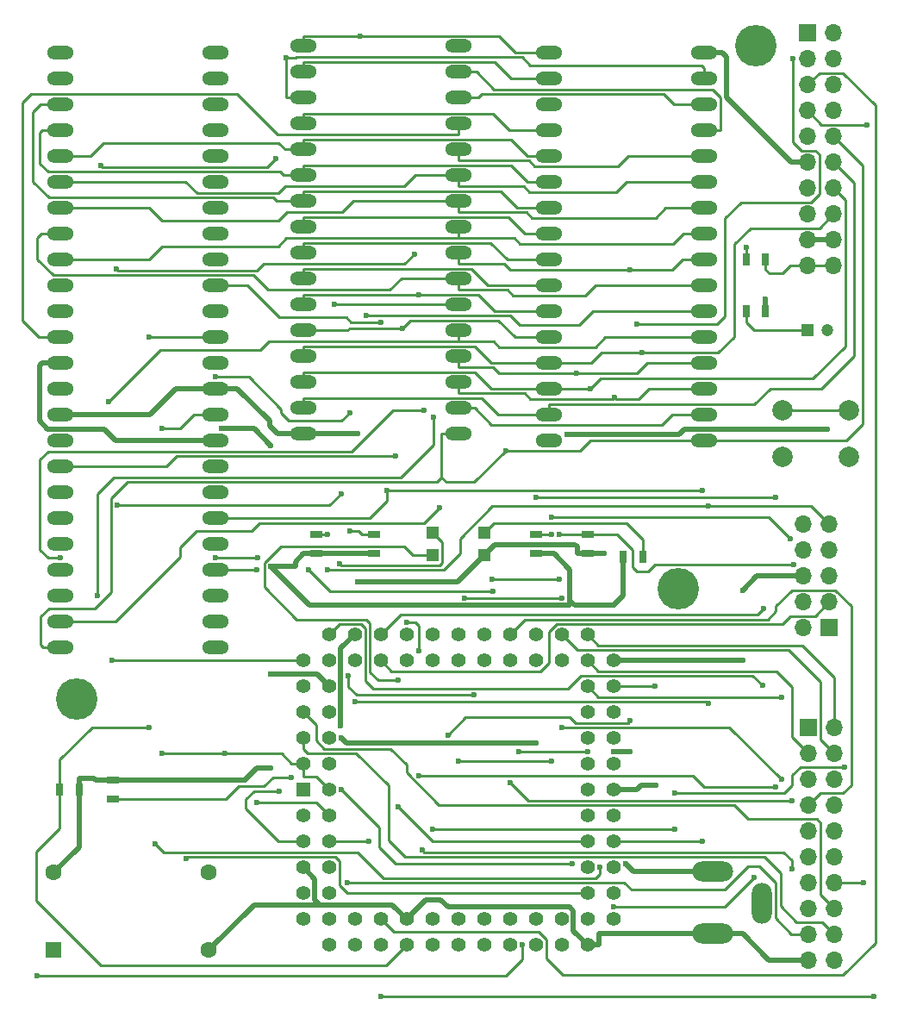
<source format=gtl>
G04 #@! TF.FileFunction,Copper,L1,Top,Signal*
%FSLAX46Y46*%
G04 Gerber Fmt 4.6, Leading zero omitted, Abs format (unit mm)*
G04 Created by KiCad (PCBNEW 4.0.6) date 07/03/17 18:41:58*
%MOMM*%
%LPD*%
G01*
G04 APERTURE LIST*
%ADD10C,0.100000*%
%ADD11O,2.641600X1.320800*%
%ADD12O,4.000000X2.000000*%
%ADD13O,2.000000X4.000000*%
%ADD14R,0.700000X1.300000*%
%ADD15R,1.300000X0.700000*%
%ADD16R,1.600000X1.600000*%
%ADD17C,1.600000*%
%ADD18R,1.200000X1.200000*%
%ADD19C,2.000000*%
%ADD20R,1.700000X1.700000*%
%ADD21O,1.700000X1.700000*%
%ADD22C,4.064000*%
%ADD23C,1.200000*%
%ADD24R,1.397000X1.397000*%
%ADD25C,1.397000*%
%ADD26C,0.600000*%
%ADD27C,0.250000*%
%ADD28C,0.500000*%
G04 APERTURE END LIST*
D10*
D11*
X114935000Y-38100000D03*
X114935000Y-40640000D03*
X114935000Y-43180000D03*
X114935000Y-45720000D03*
X114935000Y-48260000D03*
X114935000Y-50800000D03*
X114935000Y-53340000D03*
X114935000Y-55880000D03*
X114935000Y-58420000D03*
X114935000Y-60960000D03*
X114935000Y-63500000D03*
X114935000Y-66040000D03*
X114935000Y-68580000D03*
X114935000Y-71120000D03*
X114935000Y-73660000D03*
X114935000Y-76200000D03*
X130175000Y-76200000D03*
X130175000Y-73660000D03*
X130175000Y-71120000D03*
X130175000Y-68580000D03*
X130175000Y-66040000D03*
X130175000Y-63500000D03*
X130175000Y-60960000D03*
X130175000Y-58420000D03*
X130175000Y-55880000D03*
X130175000Y-53340000D03*
X130175000Y-50800000D03*
X130175000Y-48260000D03*
X130175000Y-45720000D03*
X130175000Y-43180000D03*
X130175000Y-40640000D03*
X130175000Y-38100000D03*
X91059000Y-38735000D03*
X91059000Y-41275000D03*
X91059000Y-43815000D03*
X91059000Y-46355000D03*
X91059000Y-48895000D03*
X91059000Y-51435000D03*
X91059000Y-53975000D03*
X91059000Y-56515000D03*
X91059000Y-59055000D03*
X91059000Y-61595000D03*
X91059000Y-64135000D03*
X91059000Y-66675000D03*
X91059000Y-69215000D03*
X91059000Y-71755000D03*
X91059000Y-74295000D03*
X91059000Y-76835000D03*
X91059000Y-79375000D03*
X91059000Y-81915000D03*
X91059000Y-84455000D03*
X91059000Y-86995000D03*
X91059000Y-89535000D03*
X91059000Y-92075000D03*
X91059000Y-94615000D03*
X91059000Y-97155000D03*
X106299000Y-97155000D03*
X106299000Y-94615000D03*
X106299000Y-92075000D03*
X106299000Y-89535000D03*
X106299000Y-86995000D03*
X106299000Y-84455000D03*
X106299000Y-81915000D03*
X106299000Y-79375000D03*
X106299000Y-76835000D03*
X106299000Y-74295000D03*
X106299000Y-71755000D03*
X106299000Y-69215000D03*
X106299000Y-66675000D03*
X106299000Y-64135000D03*
X106299000Y-61595000D03*
X106299000Y-59055000D03*
X106299000Y-56515000D03*
X106299000Y-53975000D03*
X106299000Y-51435000D03*
X106299000Y-48895000D03*
X106299000Y-46355000D03*
X106299000Y-43815000D03*
X106299000Y-41275000D03*
X106299000Y-38735000D03*
X139065000Y-38735000D03*
X139065000Y-41275000D03*
X139065000Y-43815000D03*
X139065000Y-46355000D03*
X139065000Y-48895000D03*
X139065000Y-51435000D03*
X139065000Y-53975000D03*
X139065000Y-56515000D03*
X139065000Y-59055000D03*
X139065000Y-61595000D03*
X139065000Y-64135000D03*
X139065000Y-66675000D03*
X139065000Y-69215000D03*
X139065000Y-71755000D03*
X139065000Y-74295000D03*
X139065000Y-76835000D03*
X154305000Y-76835000D03*
X154305000Y-74295000D03*
X154305000Y-71755000D03*
X154305000Y-69215000D03*
X154305000Y-66675000D03*
X154305000Y-64135000D03*
X154305000Y-61595000D03*
X154305000Y-59055000D03*
X154305000Y-56515000D03*
X154305000Y-53975000D03*
X154305000Y-51435000D03*
X154305000Y-48895000D03*
X154305000Y-46355000D03*
X154305000Y-43815000D03*
X154305000Y-41275000D03*
X154305000Y-38735000D03*
D12*
X155194000Y-119201000D03*
X155194000Y-125301000D03*
D13*
X159994000Y-122301000D03*
D14*
X92898000Y-111125000D03*
X90998000Y-111125000D03*
D15*
X121920000Y-87945000D03*
X121920000Y-86045000D03*
X142875000Y-87945000D03*
X142875000Y-86045000D03*
X137795000Y-87945000D03*
X137795000Y-86045000D03*
X116205000Y-87945000D03*
X116205000Y-86045000D03*
D16*
X90424000Y-126873000D03*
D17*
X90424000Y-119253000D03*
X105664000Y-119253000D03*
X105664000Y-126873000D03*
D18*
X132715000Y-85895000D03*
X132715000Y-88095000D03*
X127635000Y-85895000D03*
X127635000Y-88095000D03*
D14*
X146370000Y-88265000D03*
X148270000Y-88265000D03*
D15*
X96266000Y-110175000D03*
X96266000Y-112075000D03*
D14*
X158435000Y-59055000D03*
X160335000Y-59055000D03*
X158435000Y-64135000D03*
X160335000Y-64135000D03*
D19*
X162052000Y-78414000D03*
X162052000Y-73914000D03*
X168552000Y-78414000D03*
X168552000Y-73914000D03*
D20*
X164465000Y-36830000D03*
D21*
X167005000Y-36830000D03*
X164465000Y-39370000D03*
X167005000Y-39370000D03*
X164465000Y-41910000D03*
X167005000Y-41910000D03*
X164465000Y-44450000D03*
X167005000Y-44450000D03*
X164465000Y-46990000D03*
X167005000Y-46990000D03*
X164465000Y-49530000D03*
X167005000Y-49530000D03*
X164465000Y-52070000D03*
X167005000Y-52070000D03*
X164465000Y-54610000D03*
X167005000Y-54610000D03*
X164465000Y-57150000D03*
X167005000Y-57150000D03*
X164465000Y-59690000D03*
X167005000Y-59690000D03*
D20*
X166624000Y-95250000D03*
D21*
X164084000Y-95250000D03*
X166624000Y-92710000D03*
X164084000Y-92710000D03*
X166624000Y-90170000D03*
X164084000Y-90170000D03*
X166624000Y-87630000D03*
X164084000Y-87630000D03*
X166624000Y-85090000D03*
X164084000Y-85090000D03*
D22*
X92710000Y-102235000D03*
X159385000Y-38100000D03*
X151765000Y-91440000D03*
D18*
X164465000Y-66040000D03*
D23*
X166465000Y-66040000D03*
D24*
X114935000Y-111125000D03*
D25*
X117475000Y-111125000D03*
X114935000Y-113665000D03*
X117475000Y-113665000D03*
X114935000Y-116205000D03*
X117475000Y-116205000D03*
X114935000Y-118745000D03*
X117475000Y-118745000D03*
X114935000Y-121285000D03*
X117475000Y-121285000D03*
X114935000Y-123825000D03*
X117475000Y-126365000D03*
X117475000Y-123825000D03*
X120015000Y-126365000D03*
X120015000Y-123825000D03*
X122555000Y-126365000D03*
X122555000Y-123825000D03*
X125095000Y-126365000D03*
X125095000Y-123825000D03*
X127635000Y-126365000D03*
X127635000Y-123825000D03*
X130175000Y-126365000D03*
X130175000Y-123825000D03*
X132715000Y-126365000D03*
X132715000Y-123825000D03*
X135255000Y-126365000D03*
X135255000Y-123825000D03*
X137795000Y-126365000D03*
X137795000Y-123825000D03*
X140335000Y-126365000D03*
X140335000Y-123825000D03*
X142875000Y-126365000D03*
X145415000Y-123825000D03*
X142875000Y-123825000D03*
X145415000Y-121285000D03*
X142875000Y-121285000D03*
X145415000Y-118745000D03*
X142875000Y-118745000D03*
X145415000Y-116205000D03*
X142875000Y-116205000D03*
X145415000Y-113665000D03*
X142875000Y-113665000D03*
X145415000Y-111125000D03*
X142875000Y-111125000D03*
X145415000Y-108585000D03*
X142875000Y-108585000D03*
X145415000Y-106045000D03*
X142875000Y-106045000D03*
X145415000Y-103505000D03*
X142875000Y-103505000D03*
X145415000Y-100965000D03*
X142875000Y-100965000D03*
X145415000Y-98425000D03*
X142875000Y-95885000D03*
X142875000Y-98425000D03*
X140335000Y-95885000D03*
X140335000Y-98425000D03*
X137795000Y-95885000D03*
X137795000Y-98425000D03*
X135255000Y-95885000D03*
X135255000Y-98425000D03*
X132715000Y-95885000D03*
X132715000Y-98425000D03*
X130175000Y-95885000D03*
X130175000Y-98425000D03*
X127635000Y-95885000D03*
X127635000Y-98425000D03*
X125095000Y-95885000D03*
X125095000Y-98425000D03*
X122555000Y-95885000D03*
X122555000Y-98425000D03*
X120015000Y-95885000D03*
X120015000Y-98425000D03*
X117475000Y-95885000D03*
X114935000Y-98425000D03*
X117475000Y-98425000D03*
X114935000Y-100965000D03*
X117475000Y-100965000D03*
X114935000Y-103505000D03*
X117475000Y-103505000D03*
X114935000Y-106045000D03*
X117475000Y-106045000D03*
X114935000Y-108585000D03*
X117475000Y-108585000D03*
D20*
X164592000Y-105029000D03*
D21*
X167132000Y-105029000D03*
X164592000Y-107569000D03*
X167132000Y-107569000D03*
X164592000Y-110109000D03*
X167132000Y-110109000D03*
X164592000Y-112649000D03*
X167132000Y-112649000D03*
X164592000Y-115189000D03*
X167132000Y-115189000D03*
X164592000Y-117729000D03*
X167132000Y-117729000D03*
X164592000Y-120269000D03*
X167132000Y-120269000D03*
X164592000Y-122809000D03*
X167132000Y-122809000D03*
X164592000Y-125349000D03*
X167132000Y-125349000D03*
X164592000Y-127889000D03*
X167132000Y-127889000D03*
D26*
X120506500Y-37114500D03*
X133563600Y-91674500D03*
X115479800Y-89580500D03*
X96675100Y-83185000D03*
X118631200Y-82057300D03*
X113289100Y-39260500D03*
X136453600Y-126365000D03*
X88761300Y-129397300D03*
X112213900Y-49189400D03*
X95019000Y-49824400D03*
X126254000Y-62514500D03*
X124653800Y-65854600D03*
X148213900Y-68229500D03*
X143164000Y-71755000D03*
X118623600Y-104896400D03*
X120280500Y-90690300D03*
X145415000Y-107386400D03*
X147063700Y-107386400D03*
X137795000Y-106516500D03*
X138642500Y-122676400D03*
X144523700Y-76209900D03*
X140885900Y-76209900D03*
X120280500Y-76200000D03*
X144523700Y-87945000D03*
X118673600Y-106045000D03*
X131022500Y-106516500D03*
X131022500Y-122676400D03*
X166465000Y-75724500D03*
X142875000Y-107386400D03*
X136103600Y-107386400D03*
X134856500Y-77820500D03*
X128354200Y-83403600D03*
X130800100Y-92299600D03*
X140383500Y-92299600D03*
X145481200Y-72615500D03*
X94731800Y-92075000D03*
X127729100Y-74564200D03*
X141808700Y-70200500D03*
X91059000Y-88374500D03*
X126816600Y-73917300D03*
X149464100Y-100965000D03*
X95808100Y-73025000D03*
X125854000Y-58549300D03*
X96559400Y-59984400D03*
X124028700Y-78389500D03*
X111748200Y-108992400D03*
X145415000Y-93049700D03*
X149564200Y-110673800D03*
X109225800Y-110175000D03*
X160335000Y-62984900D03*
X127635000Y-93049700D03*
X146613600Y-118450900D03*
X111748200Y-99816400D03*
X106924100Y-75674500D03*
X111748200Y-77314300D03*
X158119000Y-91540000D03*
X158119000Y-98425000D03*
X111748200Y-89224600D03*
X150314300Y-98425000D03*
X110370400Y-112395000D03*
X110370400Y-89535000D03*
X106299000Y-88374500D03*
X110498000Y-88374500D03*
X154122100Y-81764500D03*
X154122100Y-116205000D03*
X123170300Y-81764500D03*
X118673600Y-111125000D03*
X141358600Y-118386100D03*
X101094000Y-107584900D03*
X101094000Y-75624900D03*
X107239200Y-107584900D03*
X106299000Y-70594500D03*
X119505300Y-74129900D03*
X119505300Y-85719700D03*
X99766600Y-66675000D03*
X99766600Y-105021400D03*
X144073600Y-118745000D03*
X100391700Y-116471200D03*
X103419400Y-117896400D03*
X147063700Y-60040500D03*
X147063700Y-104396300D03*
X129135200Y-105762200D03*
X112548300Y-111260000D03*
X117980600Y-63500000D03*
X122526500Y-65229500D03*
X121395000Y-116205000D03*
X121142300Y-64604400D03*
X154747200Y-83289800D03*
X154747200Y-102656400D03*
X119998800Y-102481400D03*
X117355100Y-89542600D03*
X117355100Y-86045000D03*
X170340400Y-45814900D03*
X163053900Y-39370000D03*
X147688800Y-65405000D03*
X122555000Y-131464600D03*
X170965500Y-131464600D03*
X139311400Y-86045000D03*
X130175000Y-108358400D03*
X139311400Y-108358400D03*
X162802100Y-86454900D03*
X139311400Y-84344800D03*
X145415000Y-122626400D03*
X159194300Y-119800900D03*
X133465100Y-90494800D03*
X140111500Y-90494800D03*
X140111500Y-86045000D03*
X163129300Y-88994900D03*
X124265400Y-112842800D03*
X124265400Y-100391500D03*
X118530700Y-88917500D03*
X113739100Y-109926400D03*
X158435000Y-57904900D03*
X161944200Y-102031300D03*
X161897600Y-110109000D03*
X140335000Y-105071400D03*
X161301900Y-82389600D03*
X137795000Y-82389600D03*
X162962900Y-112191300D03*
X135255000Y-110416100D03*
X168132100Y-108933900D03*
X151399100Y-111473900D03*
X151399100Y-115006400D03*
X127635000Y-115006400D03*
X125095000Y-94686400D03*
X126308300Y-97533700D03*
X126308300Y-109783600D03*
X161331900Y-110848800D03*
X160185500Y-93336100D03*
X126645200Y-117096300D03*
X162932900Y-118918900D03*
X160069300Y-100916500D03*
X170007400Y-120269000D03*
X96172700Y-98425000D03*
X131691400Y-101856300D03*
X119373700Y-99941400D03*
X119298700Y-120261400D03*
D27*
X114935000Y-37114500D02*
X114935000Y-38100000D01*
X117831100Y-37114500D02*
X114935000Y-37114500D01*
X117831100Y-37114500D02*
X118631200Y-37114500D01*
X118631200Y-37114500D02*
X120506500Y-37114500D01*
X135745700Y-38735000D02*
X139065000Y-38735000D01*
X134125200Y-37114500D02*
X135745700Y-38735000D01*
X120506500Y-37114500D02*
X134125200Y-37114500D01*
X117573800Y-91674500D02*
X115479800Y-89580500D01*
X133563600Y-91674500D02*
X117573800Y-91674500D01*
X117503500Y-83185000D02*
X118631200Y-82057300D01*
X96675100Y-83185000D02*
X117503500Y-83185000D01*
X114935000Y-40640000D02*
X114935000Y-39654500D01*
X135341000Y-41275000D02*
X135791100Y-41275000D01*
X133720500Y-39654500D02*
X135341000Y-41275000D01*
X114935000Y-39654500D02*
X133720500Y-39654500D01*
X139065000Y-41275000D02*
X135791100Y-41275000D01*
X134866100Y-129397300D02*
X88761300Y-129397300D01*
X136453600Y-127809800D02*
X134866100Y-129397300D01*
X136453600Y-126365000D02*
X136453600Y-127809800D01*
X113289100Y-43180000D02*
X114935000Y-43180000D01*
X113289100Y-39260500D02*
X113289100Y-43180000D01*
X154305000Y-40255000D02*
X154305000Y-41275000D01*
X154055000Y-40005000D02*
X154305000Y-40255000D01*
X137230400Y-40005000D02*
X154055000Y-40005000D01*
X136429800Y-39204400D02*
X137230400Y-40005000D01*
X114227600Y-39204400D02*
X136429800Y-39204400D01*
X114171500Y-39260500D02*
X114227600Y-39204400D01*
X113289100Y-39260500D02*
X114171500Y-39260500D01*
X135197800Y-46355000D02*
X139065000Y-46355000D01*
X133577300Y-44734500D02*
X135197800Y-46355000D01*
X114935000Y-44734500D02*
X133577300Y-44734500D01*
X114935000Y-45720000D02*
X114935000Y-44734500D01*
X95194000Y-49999400D02*
X95019000Y-49824400D01*
X111403900Y-49999400D02*
X95194000Y-49999400D01*
X112213900Y-49189400D02*
X111403900Y-49999400D01*
X136969000Y-48895000D02*
X139065000Y-48895000D01*
X135348500Y-47274500D02*
X136969000Y-48895000D01*
X114935000Y-47274500D02*
X135348500Y-47274500D01*
X114935000Y-48260000D02*
X114935000Y-47274500D01*
X94064500Y-48895000D02*
X91059000Y-48895000D01*
X95334500Y-47625000D02*
X94064500Y-48895000D01*
X112521500Y-47625000D02*
X95334500Y-47625000D01*
X113156500Y-48260000D02*
X112521500Y-47625000D01*
X114935000Y-48260000D02*
X113156500Y-48260000D01*
X114935000Y-50800000D02*
X114935000Y-49814500D01*
X136969000Y-51435000D02*
X139065000Y-51435000D01*
X135348500Y-49814500D02*
X136969000Y-51435000D01*
X114935000Y-49814500D02*
X135348500Y-49814500D01*
X89316900Y-46355000D02*
X91059000Y-46355000D01*
X89066900Y-46605000D02*
X89316900Y-46355000D01*
X89066900Y-49655800D02*
X89066900Y-46605000D01*
X89860700Y-50449500D02*
X89066900Y-49655800D01*
X112663800Y-50449500D02*
X89860700Y-50449500D01*
X113014300Y-50800000D02*
X112663800Y-50449500D01*
X114935000Y-50800000D02*
X113014300Y-50800000D01*
X114935000Y-53340000D02*
X114935000Y-52354500D01*
X135948500Y-53975000D02*
X139065000Y-53975000D01*
X134328000Y-52354500D02*
X135948500Y-53975000D01*
X114935000Y-52354500D02*
X134328000Y-52354500D01*
X89149400Y-43815000D02*
X91059000Y-43815000D01*
X88355600Y-44608800D02*
X89149400Y-43815000D01*
X88355600Y-51402000D02*
X88355600Y-44608800D01*
X89943100Y-52989500D02*
X88355600Y-51402000D01*
X111944400Y-52989500D02*
X89943100Y-52989500D01*
X112294900Y-53340000D02*
X111944400Y-52989500D01*
X114935000Y-53340000D02*
X112294900Y-53340000D01*
X136684400Y-56515000D02*
X139065000Y-56515000D01*
X135063900Y-54894500D02*
X136684400Y-56515000D01*
X114935000Y-54894500D02*
X135063900Y-54894500D01*
X114935000Y-55880000D02*
X114935000Y-54894500D01*
X134973900Y-59055000D02*
X139065000Y-59055000D01*
X133353400Y-57434500D02*
X134973900Y-59055000D01*
X114935000Y-57434500D02*
X133353400Y-57434500D01*
X114935000Y-58420000D02*
X114935000Y-57434500D01*
X133081300Y-61595000D02*
X139065000Y-61595000D01*
X131460800Y-59974500D02*
X133081300Y-61595000D01*
X114935000Y-59974500D02*
X131460800Y-59974500D01*
X114935000Y-60960000D02*
X114935000Y-59974500D01*
X114935000Y-62514500D02*
X124653800Y-62514500D01*
X114935000Y-63500000D02*
X114935000Y-62514500D01*
X135713300Y-64135000D02*
X139065000Y-64135000D01*
X125853800Y-62514500D02*
X126254000Y-62514500D01*
X124653800Y-62514500D02*
X125453900Y-62514500D01*
X125853800Y-62514500D02*
X125453900Y-62514500D01*
X132110300Y-62514500D02*
X126254000Y-62514500D01*
X133730800Y-64135000D02*
X132110300Y-62514500D01*
X135713300Y-64135000D02*
X133730800Y-64135000D01*
X119487200Y-65854600D02*
X124653800Y-65854600D01*
X119301800Y-66040000D02*
X119487200Y-65854600D01*
X114935000Y-66040000D02*
X119301800Y-66040000D01*
X135741700Y-66675000D02*
X139065000Y-66675000D01*
X134121200Y-65054500D02*
X135741700Y-66675000D01*
X125453900Y-65054500D02*
X134121200Y-65054500D01*
X124653800Y-65854600D02*
X125453900Y-65054500D01*
X133441400Y-69215000D02*
X139065000Y-69215000D01*
X131820900Y-67594500D02*
X133441400Y-69215000D01*
X114935000Y-67594500D02*
X131820900Y-67594500D01*
X114935000Y-68580000D02*
X114935000Y-67594500D01*
X144234800Y-68229500D02*
X148213900Y-68229500D01*
X143249300Y-69215000D02*
X144234800Y-68229500D01*
X139065000Y-69215000D02*
X143249300Y-69215000D01*
X165640100Y-55974900D02*
X167005000Y-54610000D01*
X158871600Y-55974900D02*
X165640100Y-55974900D01*
X157284100Y-57562400D02*
X158871600Y-55974900D01*
X157284100Y-66642000D02*
X157284100Y-57562400D01*
X155696600Y-68229500D02*
X157284100Y-66642000D01*
X148213900Y-68229500D02*
X155696600Y-68229500D01*
X133419300Y-71755000D02*
X139065000Y-71755000D01*
X131798800Y-70134500D02*
X133419300Y-71755000D01*
X114935000Y-70134500D02*
X131798800Y-70134500D01*
X114935000Y-71120000D02*
X114935000Y-70134500D01*
X139065000Y-71755000D02*
X143164000Y-71755000D01*
X168180100Y-53245100D02*
X167005000Y-52070000D01*
X168180100Y-67594500D02*
X168180100Y-53245100D01*
X165005100Y-70769500D02*
X168180100Y-67594500D01*
X144149500Y-70769500D02*
X165005100Y-70769500D01*
X143164000Y-71755000D02*
X144149500Y-70769500D01*
X134101300Y-74295000D02*
X137419100Y-74295000D01*
X132480800Y-72674500D02*
X134101300Y-74295000D01*
X114935000Y-72674500D02*
X132480800Y-72674500D01*
X114935000Y-73660000D02*
X114935000Y-72674500D01*
X139065000Y-74295000D02*
X137419100Y-74295000D01*
X169012400Y-51537400D02*
X167005000Y-49530000D01*
X169012400Y-68547500D02*
X169012400Y-51537400D01*
X165837400Y-71722500D02*
X169012400Y-68547500D01*
X160854900Y-71722500D02*
X165837400Y-71722500D01*
X159267900Y-73309500D02*
X160854900Y-71722500D01*
X139065000Y-73309500D02*
X159267900Y-73309500D01*
X139065000Y-74295000D02*
X139065000Y-73309500D01*
D28*
X99886100Y-74295000D02*
X91059000Y-74295000D01*
X102426100Y-71755000D02*
X99886100Y-74295000D01*
X106299000Y-71755000D02*
X102426100Y-71755000D01*
X145415000Y-107386400D02*
X147063700Y-107386400D01*
X144023600Y-126365000D02*
X144023600Y-125301000D01*
X142875000Y-126365000D02*
X144023600Y-126365000D01*
X116083600Y-119893600D02*
X114935000Y-118745000D01*
X116083600Y-121983500D02*
X116083600Y-119893600D01*
X116533700Y-122433600D02*
X116083600Y-121983500D01*
X126993700Y-121926300D02*
X128385100Y-121926300D01*
X125095000Y-123825000D02*
X126993700Y-121926300D01*
X128385100Y-106516500D02*
X131022500Y-106516500D01*
X118623600Y-104896400D02*
X118623600Y-104896400D01*
X118623600Y-97276400D02*
X118623600Y-104896400D01*
X120015000Y-95885000D02*
X118623600Y-97276400D01*
X123703600Y-122433600D02*
X116533700Y-122433600D01*
X125095000Y-123825000D02*
X123703600Y-122433600D01*
X108456000Y-71755000D02*
X106299000Y-71755000D01*
X111631000Y-74930000D02*
X108456000Y-71755000D01*
X111631000Y-75406300D02*
X111631000Y-74930000D01*
X112424700Y-76200000D02*
X111631000Y-75406300D01*
X114935000Y-76200000D02*
X112424700Y-76200000D01*
X144523700Y-76209900D02*
X140885900Y-76209900D01*
X114935000Y-76200000D02*
X120280500Y-76200000D01*
X167005000Y-57150000D02*
X164465000Y-57150000D01*
X160682000Y-127889000D02*
X164592000Y-127889000D01*
X158094000Y-125301000D02*
X160682000Y-127889000D01*
X155194000Y-125301000D02*
X158094000Y-125301000D01*
X142875000Y-87945000D02*
X144523700Y-87945000D01*
X141086700Y-122676400D02*
X138642500Y-122676400D01*
X141483600Y-123073300D02*
X141086700Y-122676400D01*
X141483600Y-124973600D02*
X141483600Y-123073300D01*
X142875000Y-126365000D02*
X141483600Y-124973600D01*
X119145100Y-106516500D02*
X118673600Y-106045000D01*
X128385100Y-106516500D02*
X119145100Y-106516500D01*
X133765100Y-87044900D02*
X132715000Y-88095000D01*
X141583700Y-87044900D02*
X133765100Y-87044900D01*
X141833700Y-87294900D02*
X141583700Y-87044900D01*
X141833700Y-87945000D02*
X141833700Y-87294900D01*
X142875000Y-87945000D02*
X141833700Y-87945000D01*
X155194000Y-125301000D02*
X144023600Y-125301000D01*
X138642500Y-122676400D02*
X131022500Y-122676400D01*
X110103400Y-122433600D02*
X105664000Y-126873000D01*
X116533700Y-122433600D02*
X110103400Y-122433600D01*
X130119700Y-90690300D02*
X120280500Y-90690300D01*
X132715000Y-88095000D02*
X130119700Y-90690300D01*
X137795000Y-106516500D02*
X131022500Y-106516500D01*
X129135200Y-122676400D02*
X131022500Y-122676400D01*
X128385100Y-121926300D02*
X129135200Y-122676400D01*
X152371900Y-75724500D02*
X166465000Y-75724500D01*
X151886500Y-76209900D02*
X152371900Y-75724500D01*
X144523700Y-76209900D02*
X151886500Y-76209900D01*
D27*
X142875000Y-107386400D02*
X136103600Y-107386400D01*
X128979200Y-80929500D02*
X128529100Y-80479400D01*
X131747500Y-80929500D02*
X128979200Y-80929500D01*
X134856500Y-77820500D02*
X131747500Y-80929500D01*
X169877100Y-49862100D02*
X167005000Y-46990000D01*
X169877100Y-75247500D02*
X169877100Y-49862100D01*
X168289600Y-76835000D02*
X169877100Y-75247500D01*
X154305000Y-76835000D02*
X168289600Y-76835000D01*
X89398200Y-97155000D02*
X91059000Y-97155000D01*
X89148200Y-96905000D02*
X89398200Y-97155000D01*
X89148200Y-94138800D02*
X89148200Y-96905000D01*
X89942000Y-93345000D02*
X89148200Y-94138800D01*
X94462500Y-93345000D02*
X89942000Y-93345000D01*
X96050000Y-91757500D02*
X94462500Y-93345000D01*
X96050000Y-82517000D02*
X96050000Y-91757500D01*
X97637500Y-80929500D02*
X96050000Y-82517000D01*
X128079000Y-80929500D02*
X97637500Y-80929500D01*
X128529100Y-80479400D02*
X128079000Y-80929500D01*
X128529100Y-76200000D02*
X130175000Y-76200000D01*
X128529100Y-80479400D02*
X128529100Y-76200000D01*
X142119500Y-77820500D02*
X134856500Y-77820500D01*
X143105000Y-76835000D02*
X142119500Y-77820500D01*
X154305000Y-76835000D02*
X143105000Y-76835000D01*
X133441400Y-75280500D02*
X144650200Y-75280500D01*
X131820900Y-73660000D02*
X133441400Y-75280500D01*
X130175000Y-73660000D02*
X131820900Y-73660000D01*
X144650200Y-75280500D02*
X145575400Y-75280500D01*
X145575400Y-75280500D02*
X146650600Y-75280500D01*
X150163700Y-75280500D02*
X146650600Y-75280500D01*
X151149200Y-74295000D02*
X150163700Y-75280500D01*
X154305000Y-74295000D02*
X151149200Y-74295000D01*
X130800100Y-92299600D02*
X140383500Y-92299600D01*
X96473700Y-94615000D02*
X91059000Y-94615000D01*
X102823700Y-88265000D02*
X96473700Y-94615000D01*
X102823700Y-87312500D02*
X102823700Y-88265000D01*
X104411200Y-85725000D02*
X102823700Y-87312500D01*
X109850800Y-85725000D02*
X104411200Y-85725000D01*
X110605900Y-84969900D02*
X109850800Y-85725000D01*
X126787900Y-84969900D02*
X110605900Y-84969900D01*
X128354200Y-83403600D02*
X126787900Y-84969900D01*
X130175000Y-71120000D02*
X130175000Y-72224400D01*
X137223600Y-72740500D02*
X142538900Y-72740500D01*
X136707500Y-72224400D02*
X137223600Y-72740500D01*
X130175000Y-72224400D02*
X136707500Y-72224400D01*
X149520200Y-71755000D02*
X150608800Y-71755000D01*
X154305000Y-71755000D02*
X151859000Y-71755000D01*
X151859000Y-71755000D02*
X150608800Y-71755000D01*
X145356100Y-72740500D02*
X145481200Y-72615500D01*
X142538900Y-72740500D02*
X145356100Y-72740500D01*
X145606200Y-72740500D02*
X145481200Y-72615500D01*
X147871200Y-72740500D02*
X145606200Y-72740500D01*
X148856700Y-71755000D02*
X147871200Y-72740500D01*
X149520200Y-71755000D02*
X148856700Y-71755000D01*
X127729100Y-77304400D02*
X127729100Y-74564200D01*
X124554100Y-80479400D02*
X127729100Y-77304400D01*
X96319300Y-80479400D02*
X124554100Y-80479400D01*
X94731800Y-82066900D02*
X96319300Y-80479400D01*
X94731800Y-92075000D02*
X94731800Y-82066900D01*
X130175000Y-68580000D02*
X130175000Y-69684400D01*
X134127400Y-70200500D02*
X141786100Y-70200500D01*
X133611300Y-69684400D02*
X134127400Y-70200500D01*
X130175000Y-69684400D02*
X133611300Y-69684400D01*
X141786100Y-70200500D02*
X141808700Y-70200500D01*
X147714500Y-70200500D02*
X141808700Y-70200500D01*
X148700000Y-69215000D02*
X147714500Y-70200500D01*
X154305000Y-69215000D02*
X148700000Y-69215000D01*
X123712600Y-73917300D02*
X126816600Y-73917300D01*
X119690500Y-77939400D02*
X123712600Y-73917300D01*
X89849400Y-77939400D02*
X119690500Y-77939400D01*
X89055600Y-78733200D02*
X89849400Y-77939400D01*
X89055600Y-87580800D02*
X89055600Y-78733200D01*
X89849400Y-88374500D02*
X89055600Y-87580800D01*
X91059000Y-88374500D02*
X89849400Y-88374500D01*
X154305000Y-66675000D02*
X151233900Y-66675000D01*
X149464100Y-100965000D02*
X145415000Y-100965000D01*
X130175000Y-67144400D02*
X130175000Y-66040000D01*
X133633500Y-67144400D02*
X130175000Y-67144400D01*
X134149600Y-67660500D02*
X133633500Y-67144400D01*
X143617400Y-67660500D02*
X134149600Y-67660500D01*
X144602900Y-66675000D02*
X143617400Y-67660500D01*
X151233900Y-66675000D02*
X144602900Y-66675000D01*
X111541700Y-67144400D02*
X130175000Y-67144400D01*
X110741100Y-67945000D02*
X111541700Y-67144400D01*
X100888100Y-67945000D02*
X110741100Y-67945000D01*
X95808100Y-73025000D02*
X100888100Y-67945000D01*
X130175000Y-60960000D02*
X130175000Y-62064400D01*
X143646700Y-61595000D02*
X154305000Y-61595000D01*
X142661200Y-62580500D02*
X143646700Y-61595000D01*
X135518600Y-62580500D02*
X142661200Y-62580500D01*
X135002500Y-62064400D02*
X135518600Y-62580500D01*
X130175000Y-62064400D02*
X135002500Y-62064400D01*
X89202600Y-56515000D02*
X91059000Y-56515000D01*
X88805700Y-56911900D02*
X89202600Y-56515000D01*
X88805700Y-59022000D02*
X88805700Y-56911900D01*
X90393200Y-60609500D02*
X88805700Y-59022000D01*
X110035300Y-60609500D02*
X90393200Y-60609500D01*
X111490200Y-62064400D02*
X110035300Y-60609500D01*
X123454900Y-62064400D02*
X111490200Y-62064400D01*
X124559300Y-60960000D02*
X123454900Y-62064400D01*
X130175000Y-60960000D02*
X124559300Y-60960000D01*
X130175000Y-55880000D02*
X130175000Y-56984400D01*
X152295900Y-56515000D02*
X154305000Y-56515000D01*
X151310400Y-57500500D02*
X152295900Y-56515000D01*
X136206900Y-57500500D02*
X151310400Y-57500500D01*
X135690800Y-56984400D02*
X136206900Y-57500500D01*
X130175000Y-56984400D02*
X135690800Y-56984400D01*
X99801300Y-59055000D02*
X91059000Y-59055000D01*
X101071300Y-57785000D02*
X99801300Y-59055000D01*
X112483900Y-57785000D02*
X101071300Y-57785000D01*
X113284500Y-56984400D02*
X112483900Y-57785000D01*
X130175000Y-56984400D02*
X113284500Y-56984400D01*
X130175000Y-53340000D02*
X130175000Y-54444400D01*
X150548300Y-53975000D02*
X154305000Y-53975000D01*
X149562800Y-54960500D02*
X150548300Y-53975000D01*
X137392500Y-54960500D02*
X149562800Y-54960500D01*
X136876400Y-54444400D02*
X137392500Y-54960500D01*
X130175000Y-54444400D02*
X136876400Y-54444400D01*
X99801300Y-53975000D02*
X91059000Y-53975000D01*
X101071300Y-55245000D02*
X99801300Y-53975000D01*
X112529100Y-55245000D02*
X101071300Y-55245000D01*
X113329700Y-54444400D02*
X112529100Y-55245000D01*
X118730600Y-54444400D02*
X113329700Y-54444400D01*
X119835000Y-53340000D02*
X118730600Y-54444400D01*
X130175000Y-53340000D02*
X119835000Y-53340000D01*
X130175000Y-50800000D02*
X130175000Y-51904400D01*
X146706900Y-51435000D02*
X154305000Y-51435000D01*
X145721400Y-52420500D02*
X146706900Y-51435000D01*
X137106700Y-52420500D02*
X145721400Y-52420500D01*
X136590600Y-51904400D02*
X137106700Y-52420500D01*
X130175000Y-51904400D02*
X136590600Y-51904400D01*
X103386800Y-51435000D02*
X91059000Y-51435000D01*
X104491200Y-52539400D02*
X103386800Y-51435000D01*
X112521500Y-52539400D02*
X104491200Y-52539400D01*
X113156500Y-51904400D02*
X112521500Y-52539400D01*
X124847300Y-51904400D02*
X113156500Y-51904400D01*
X125951700Y-50800000D02*
X124847300Y-51904400D01*
X130175000Y-50800000D02*
X125951700Y-50800000D01*
X130175000Y-48260000D02*
X130175000Y-49364400D01*
X146869400Y-48895000D02*
X154305000Y-48895000D01*
X145883900Y-49880500D02*
X146869400Y-48895000D01*
X137677200Y-49880500D02*
X145883900Y-49880500D01*
X137161100Y-49364400D02*
X137677200Y-49880500D01*
X130175000Y-49364400D02*
X137161100Y-49364400D01*
X96734400Y-60159400D02*
X96559400Y-59984400D01*
X110395800Y-60159400D02*
X96734400Y-60159400D01*
X111030800Y-59524400D02*
X110395800Y-60159400D01*
X124878900Y-59524400D02*
X111030800Y-59524400D01*
X125854000Y-58549300D02*
X124878900Y-59524400D01*
X88958000Y-66675000D02*
X91059000Y-66675000D01*
X87370500Y-65087500D02*
X88958000Y-66675000D01*
X87370500Y-43623300D02*
X87370500Y-65087500D01*
X88164200Y-42829500D02*
X87370500Y-43623300D01*
X108413300Y-42829500D02*
X88164200Y-42829500D01*
X112388900Y-46805100D02*
X108413300Y-42829500D01*
X130175000Y-46805100D02*
X112388900Y-46805100D01*
X130175000Y-45720000D02*
X130175000Y-46805100D01*
X151346000Y-43815000D02*
X154305000Y-43815000D01*
X150360500Y-42829500D02*
X151346000Y-43815000D01*
X132446300Y-42829500D02*
X150360500Y-42829500D01*
X132095800Y-43180000D02*
X132446300Y-42829500D01*
X130175000Y-43180000D02*
X132095800Y-43180000D01*
X101499300Y-79375000D02*
X91059000Y-79375000D01*
X102484800Y-78389500D02*
X101499300Y-79375000D01*
X124028700Y-78389500D02*
X102484800Y-78389500D01*
D28*
X160335000Y-62984900D02*
X160335000Y-64135000D01*
X89258400Y-69215000D02*
X91059000Y-69215000D01*
X89008400Y-69465000D02*
X89258400Y-69215000D01*
X89008400Y-74930800D02*
X89008400Y-69465000D01*
X89802100Y-75724500D02*
X89008400Y-74930800D01*
X95391100Y-75724500D02*
X89802100Y-75724500D01*
X96501600Y-76835000D02*
X95391100Y-75724500D01*
X106299000Y-76835000D02*
X96501600Y-76835000D01*
X145415000Y-98425000D02*
X150314300Y-98425000D01*
X147677700Y-111125000D02*
X145415000Y-111125000D01*
X148128900Y-110673800D02*
X147677700Y-111125000D01*
X149564200Y-110673800D02*
X148128900Y-110673800D01*
X147363700Y-119201000D02*
X146613600Y-118450900D01*
X155194000Y-119201000D02*
X147363700Y-119201000D01*
X116326400Y-99816400D02*
X117475000Y-100965000D01*
X111748200Y-99816400D02*
X116326400Y-99816400D01*
X110108400Y-75674500D02*
X111748200Y-77314300D01*
X106924100Y-75674500D02*
X110108400Y-75674500D01*
X162876000Y-49530000D02*
X164465000Y-49530000D01*
X156526000Y-43180000D02*
X162876000Y-49530000D01*
X156526000Y-39131900D02*
X156526000Y-43180000D01*
X156129100Y-38735000D02*
X156526000Y-39131900D01*
X154305000Y-38735000D02*
X156129100Y-38735000D01*
X159489000Y-90170000D02*
X158119000Y-91540000D01*
X164084000Y-90170000D02*
X159489000Y-90170000D01*
X152443300Y-98425000D02*
X158119000Y-98425000D01*
X114184900Y-89224600D02*
X111748200Y-89224600D01*
X114184900Y-88738800D02*
X114184900Y-89224600D01*
X114978700Y-87945000D02*
X114184900Y-88738800D01*
X116205000Y-87945000D02*
X114978700Y-87945000D01*
X110408400Y-108992400D02*
X109225800Y-110175000D01*
X111748200Y-108992400D02*
X110408400Y-108992400D01*
X141583700Y-93049700D02*
X141133600Y-92599600D01*
X145415000Y-93049700D02*
X141583700Y-93049700D01*
X94507100Y-110175000D02*
X96266000Y-110175000D01*
X94357000Y-110024900D02*
X94507100Y-110175000D01*
X92898000Y-110024900D02*
X94357000Y-110024900D01*
X92898000Y-111125000D02*
X92898000Y-110024900D01*
X121920000Y-87945000D02*
X121920000Y-87945000D01*
X120119800Y-87945000D02*
X121920000Y-87945000D01*
X120119800Y-87945000D02*
X120119800Y-87945000D01*
X116205000Y-87945000D02*
X120119800Y-87945000D01*
X146370000Y-92094700D02*
X146370000Y-88265000D01*
X145415000Y-93049700D02*
X146370000Y-92094700D01*
X139546100Y-87945000D02*
X137795000Y-87945000D01*
X141133600Y-89532500D02*
X139546100Y-87945000D01*
X141133600Y-92599600D02*
X141133600Y-89532500D01*
X92898000Y-116779000D02*
X90424000Y-119253000D01*
X92898000Y-111125000D02*
X92898000Y-116779000D01*
X96266000Y-110175000D02*
X109225800Y-110175000D01*
X141133600Y-93049700D02*
X127635000Y-93049700D01*
X141133600Y-92599600D02*
X141133600Y-93049700D01*
X152443300Y-98425000D02*
X150314300Y-98425000D01*
X115573300Y-93049700D02*
X111748200Y-89224600D01*
X127635000Y-93049700D02*
X115573300Y-93049700D01*
D27*
X116205000Y-112395000D02*
X117475000Y-113665000D01*
X110370400Y-112395000D02*
X116205000Y-112395000D01*
X110370400Y-89535000D02*
X106299000Y-89535000D01*
X106299000Y-88374500D02*
X110498000Y-88374500D01*
X123170300Y-82778500D02*
X123170300Y-81764500D01*
X154122100Y-116205000D02*
X145415000Y-116205000D01*
X155950900Y-46355000D02*
X154305000Y-46355000D01*
X155950900Y-43173200D02*
X155950900Y-46355000D01*
X155157200Y-42379400D02*
X155950900Y-43173200D01*
X133690000Y-42379400D02*
X155157200Y-42379400D01*
X131950600Y-40640000D02*
X133690000Y-42379400D01*
X130175000Y-40640000D02*
X131950600Y-40640000D01*
X121493800Y-84455000D02*
X106299000Y-84455000D01*
X123170300Y-82778500D02*
X121493800Y-84455000D01*
X154122100Y-81764500D02*
X123170300Y-81764500D01*
X114935000Y-109855000D02*
X114935000Y-108585000D01*
X116205000Y-109855000D02*
X114935000Y-109855000D01*
X117475000Y-111125000D02*
X116205000Y-109855000D01*
X124026700Y-118386100D02*
X141358600Y-118386100D01*
X122439200Y-116798600D02*
X124026700Y-118386100D01*
X122439200Y-114890600D02*
X122439200Y-116798600D01*
X118673600Y-111125000D02*
X122439200Y-114890600D01*
X112798400Y-107584900D02*
X107239200Y-107584900D01*
X113798500Y-108585000D02*
X112798400Y-107584900D01*
X114935000Y-108585000D02*
X113798500Y-108585000D01*
X105664000Y-107584900D02*
X101094000Y-107584900D01*
X104203000Y-74295000D02*
X106299000Y-74295000D01*
X102873100Y-75624900D02*
X104203000Y-74295000D01*
X101094000Y-75624900D02*
X102873100Y-75624900D01*
X105664000Y-107584900D02*
X107239200Y-107584900D01*
X118705200Y-74930000D02*
X119505300Y-74129900D01*
X113541300Y-74930000D02*
X118705200Y-74930000D01*
X112747600Y-74136300D02*
X113541300Y-74930000D01*
X112747600Y-73769500D02*
X112747600Y-74136300D01*
X109572600Y-70594500D02*
X112747600Y-73769500D01*
X106299000Y-70594500D02*
X109572600Y-70594500D01*
X120700300Y-86045000D02*
X121920000Y-86045000D01*
X120375000Y-85719700D02*
X120700300Y-86045000D01*
X119505300Y-85719700D02*
X120375000Y-85719700D01*
X123074900Y-128385100D02*
X125095000Y-126365000D01*
X95067600Y-128385100D02*
X123074900Y-128385100D01*
X88717600Y-122035100D02*
X95067600Y-128385100D01*
X88717600Y-117202200D02*
X88717600Y-122035100D01*
X90998000Y-114921800D02*
X88717600Y-117202200D01*
X90998000Y-111125000D02*
X90998000Y-114921800D01*
X99766600Y-66675000D02*
X106299000Y-66675000D01*
X94173000Y-105021400D02*
X99766600Y-105021400D01*
X90998000Y-108196400D02*
X94173000Y-105021400D01*
X90998000Y-111125000D02*
X90998000Y-108196400D01*
X101191800Y-117271300D02*
X100391700Y-116471200D01*
X120269000Y-117271300D02*
X101191800Y-117271300D01*
X122809000Y-119811300D02*
X120269000Y-117271300D01*
X143676700Y-119811300D02*
X122809000Y-119811300D01*
X144073600Y-119414400D02*
X143676700Y-119811300D01*
X144073600Y-118745000D02*
X144073600Y-119414400D01*
X119292400Y-121285000D02*
X142875000Y-121285000D01*
X118498600Y-120491300D02*
X119292400Y-121285000D01*
X118498600Y-118118300D02*
X118498600Y-120491300D01*
X118101700Y-117721400D02*
X118498600Y-118118300D01*
X103594400Y-117721400D02*
X118101700Y-117721400D01*
X103419400Y-117896400D02*
X103594400Y-117721400D01*
X130175000Y-59524400D02*
X130175000Y-58420000D01*
X134715900Y-59524400D02*
X130175000Y-59524400D01*
X135232000Y-60040500D02*
X134715900Y-59524400D01*
X135232000Y-60040500D02*
X146888700Y-60040500D01*
X146888700Y-60040500D02*
X147063700Y-60040500D01*
X152209000Y-59055000D02*
X154305000Y-59055000D01*
X151223500Y-60040500D02*
X152209000Y-59055000D01*
X147951400Y-60040500D02*
X151223500Y-60040500D01*
X147951400Y-60040500D02*
X147063700Y-60040500D01*
X130851100Y-104046300D02*
X129135200Y-105762200D01*
X141143200Y-104046300D02*
X130851100Y-104046300D01*
X141668300Y-104571300D02*
X141143200Y-104046300D01*
X146888700Y-104571300D02*
X141668300Y-104571300D01*
X147063700Y-104396300D02*
X146888700Y-104571300D01*
X112470200Y-116205000D02*
X114935000Y-116205000D01*
X109295200Y-113030000D02*
X112470200Y-116205000D01*
X109295200Y-112053800D02*
X109295200Y-113030000D01*
X110089000Y-111260000D02*
X109295200Y-112053800D01*
X112548300Y-111260000D02*
X110089000Y-111260000D01*
X117980600Y-63500000D02*
X130175000Y-63500000D01*
X109428200Y-61595000D02*
X106299000Y-61595000D01*
X112603200Y-64770000D02*
X109428200Y-61595000D01*
X119164700Y-64770000D02*
X112603200Y-64770000D01*
X119624200Y-65229500D02*
X119164700Y-64770000D01*
X122526500Y-65229500D02*
X119624200Y-65229500D01*
X121395000Y-116205000D02*
X117475000Y-116205000D01*
X143402000Y-64135000D02*
X154305000Y-64135000D01*
X142032400Y-65504600D02*
X143402000Y-64135000D01*
X136163400Y-65504600D02*
X142032400Y-65504600D01*
X135263200Y-64604400D02*
X136163400Y-65504600D01*
X121142300Y-64604400D02*
X135263200Y-64604400D01*
X154572200Y-102481400D02*
X119998800Y-102481400D01*
X154747200Y-102656400D02*
X154572200Y-102481400D01*
X164823800Y-83289800D02*
X166624000Y-85090000D01*
X154747200Y-83289800D02*
X164823800Y-83289800D01*
X128754600Y-89542600D02*
X117355100Y-89542600D01*
X130342100Y-87955100D02*
X128754600Y-89542600D01*
X130342100Y-86464800D02*
X130342100Y-87955100D01*
X133517100Y-83289800D02*
X130342100Y-86464800D01*
X154747200Y-83289800D02*
X133517100Y-83289800D01*
X117355100Y-86045000D02*
X116205000Y-86045000D01*
X123825000Y-125095000D02*
X122555000Y-123825000D01*
X138024900Y-125095000D02*
X123825000Y-125095000D01*
X138818600Y-125888800D02*
X138024900Y-125095000D01*
X138818600Y-127763700D02*
X138818600Y-125888800D01*
X140406100Y-129351200D02*
X138818600Y-127763700D01*
X167989700Y-129351200D02*
X140406100Y-129351200D01*
X171164700Y-126176200D02*
X167989700Y-129351200D01*
X171164700Y-43909900D02*
X171164700Y-126176200D01*
X167989700Y-40734900D02*
X171164700Y-43909900D01*
X165640100Y-40734900D02*
X167989700Y-40734900D01*
X164465000Y-41910000D02*
X165640100Y-40734900D01*
X165829900Y-45814900D02*
X164465000Y-44450000D01*
X170340400Y-45814900D02*
X165829900Y-45814900D01*
X155564400Y-65405000D02*
X147688800Y-65405000D01*
X156358100Y-64611300D02*
X155564400Y-65405000D01*
X156358100Y-55022400D02*
X156358100Y-64611300D01*
X157945600Y-53434900D02*
X156358100Y-55022400D01*
X164846400Y-53434900D02*
X157945600Y-53434900D01*
X165640100Y-52641200D02*
X164846400Y-53434900D01*
X165640100Y-48751800D02*
X165640100Y-52641200D01*
X165243200Y-48354900D02*
X165640100Y-48751800D01*
X163847700Y-48354900D02*
X165243200Y-48354900D01*
X163053900Y-47561200D02*
X163847700Y-48354900D01*
X163053900Y-39370000D02*
X163053900Y-47561200D01*
X122555000Y-131464600D02*
X170965500Y-131464600D01*
X130175000Y-108358400D02*
X139311400Y-108358400D01*
X160692000Y-84344800D02*
X139311400Y-84344800D01*
X162802100Y-86454900D02*
X160692000Y-84344800D01*
X139311400Y-86045000D02*
X137795000Y-86045000D01*
X156368800Y-122626400D02*
X159194300Y-119800900D01*
X145415000Y-122626400D02*
X156368800Y-122626400D01*
X162052000Y-73914000D02*
X168552000Y-73914000D01*
X158435000Y-65246300D02*
X158435000Y-64135000D01*
X159228800Y-66040000D02*
X158435000Y-65246300D01*
X164465000Y-66040000D02*
X159228800Y-66040000D01*
X133465100Y-90494800D02*
X140111500Y-90494800D01*
X142875000Y-86045000D02*
X140111500Y-86045000D01*
X149524200Y-88994900D02*
X163129300Y-88994900D01*
X148828900Y-89690200D02*
X149524200Y-88994900D01*
X147716900Y-89690200D02*
X148828900Y-89690200D01*
X147320000Y-89293300D02*
X147716900Y-89690200D01*
X147320000Y-87632500D02*
X147320000Y-89293300D01*
X145732500Y-86045000D02*
X147320000Y-87632500D01*
X142875000Y-86045000D02*
X145732500Y-86045000D01*
X127627600Y-116205000D02*
X142875000Y-116205000D01*
X124265400Y-112842800D02*
X127627600Y-116205000D01*
X125689500Y-88095000D02*
X127635000Y-88095000D01*
X124864400Y-87269900D02*
X125689500Y-88095000D01*
X112710600Y-87269900D02*
X124864400Y-87269900D01*
X111123100Y-88857400D02*
X112710600Y-87269900D01*
X111123100Y-91236300D02*
X111123100Y-88857400D01*
X114298100Y-94411300D02*
X111123100Y-91236300D01*
X121091800Y-94411300D02*
X114298100Y-94411300D01*
X121488700Y-94808200D02*
X121091800Y-94411300D01*
X121488700Y-99597700D02*
X121488700Y-94808200D01*
X122282500Y-100391500D02*
X121488700Y-99597700D01*
X124265400Y-100391500D02*
X122282500Y-100391500D01*
X123621300Y-99491300D02*
X122555000Y-98425000D01*
X138271300Y-99491300D02*
X123621300Y-99491300D01*
X139065000Y-98697600D02*
X138271300Y-99491300D01*
X139065000Y-95655200D02*
X139065000Y-98697600D01*
X139858800Y-94861400D02*
X139065000Y-95655200D01*
X161979600Y-94861400D02*
X139858800Y-94861400D01*
X162766100Y-94074900D02*
X161979600Y-94861400D01*
X165259100Y-94074900D02*
X162766100Y-94074900D01*
X166624000Y-92710000D02*
X165259100Y-94074900D01*
X148270000Y-86557400D02*
X148270000Y-88265000D01*
X146682500Y-84969900D02*
X148270000Y-86557400D01*
X133640100Y-84969900D02*
X146682500Y-84969900D01*
X132715000Y-85895000D02*
X133640100Y-84969900D01*
X128560100Y-86820100D02*
X127635000Y-85895000D01*
X128560100Y-88842500D02*
X128560100Y-86820100D01*
X128310100Y-89092500D02*
X128560100Y-88842500D01*
X118705700Y-89092500D02*
X128310100Y-89092500D01*
X118530700Y-88917500D02*
X118705700Y-89092500D01*
X107335600Y-112075000D02*
X96266000Y-112075000D01*
X108600700Y-110809900D02*
X107335600Y-112075000D01*
X111081400Y-110809900D02*
X108600700Y-110809900D01*
X111964900Y-109926400D02*
X111081400Y-110809900D01*
X113739100Y-109926400D02*
X111964900Y-109926400D01*
X158435000Y-57904900D02*
X158435000Y-59055000D01*
X164465000Y-59690000D02*
X167005000Y-59690000D01*
X160335000Y-60050700D02*
X160335000Y-59055000D01*
X160731900Y-60447600D02*
X160335000Y-60050700D01*
X161996300Y-60447600D02*
X160731900Y-60447600D01*
X162753900Y-59690000D02*
X161996300Y-60447600D01*
X164465000Y-59690000D02*
X162753900Y-59690000D01*
X143941300Y-102031300D02*
X142875000Y-100965000D01*
X161944200Y-102031300D02*
X143941300Y-102031300D01*
X167132000Y-100126300D02*
X167132000Y-105029000D01*
X163957000Y-96951300D02*
X167132000Y-100126300D01*
X143941300Y-96951300D02*
X163957000Y-96951300D01*
X142875000Y-95885000D02*
X143941300Y-96951300D01*
X162993100Y-105970100D02*
X164592000Y-107569000D01*
X162993100Y-101078800D02*
X162993100Y-105970100D01*
X161405600Y-99491300D02*
X162993100Y-101078800D01*
X143941300Y-99491300D02*
X161405600Y-99491300D01*
X142875000Y-98425000D02*
X143941300Y-99491300D01*
X165767100Y-106204100D02*
X167132000Y-107569000D01*
X165767100Y-100576400D02*
X165767100Y-106204100D01*
X162592100Y-97401400D02*
X165767100Y-100576400D01*
X141851400Y-97401400D02*
X162592100Y-97401400D01*
X140335000Y-95885000D02*
X141851400Y-97401400D01*
X140385000Y-105021400D02*
X140335000Y-105071400D01*
X156810000Y-105021400D02*
X140385000Y-105021400D01*
X161897600Y-110109000D02*
X156810000Y-105021400D01*
X161301900Y-82389600D02*
X137795000Y-82389600D01*
X165767100Y-111473900D02*
X164592000Y-112649000D01*
X167963500Y-111473900D02*
X165767100Y-111473900D01*
X168757200Y-110680200D02*
X167963500Y-111473900D01*
X168757200Y-93122400D02*
X168757200Y-110680200D01*
X167169700Y-91534900D02*
X168757200Y-93122400D01*
X162954200Y-91534900D02*
X167169700Y-91534900D01*
X161366700Y-93122400D02*
X162954200Y-91534900D01*
X161366700Y-93617600D02*
X161366700Y-93122400D01*
X160572900Y-94411300D02*
X161366700Y-93617600D01*
X136728700Y-94411300D02*
X160572900Y-94411300D01*
X135255000Y-95885000D02*
X136728700Y-94411300D01*
X137030200Y-112191300D02*
X135255000Y-110416100D01*
X162962900Y-112191300D02*
X137030200Y-112191300D01*
X162186200Y-111473900D02*
X151399100Y-111473900D01*
X162980000Y-110680200D02*
X162186200Y-111473900D01*
X162980000Y-109727700D02*
X162980000Y-110680200D01*
X163773700Y-108933900D02*
X162980000Y-109727700D01*
X168132100Y-108933900D02*
X163773700Y-108933900D01*
X151399100Y-115006400D02*
X127635000Y-115006400D01*
X126308300Y-95083300D02*
X126308300Y-97533700D01*
X125911400Y-94686400D02*
X126308300Y-95083300D01*
X125095000Y-94686400D02*
X125911400Y-94686400D01*
X154303900Y-110848800D02*
X161331900Y-110848800D01*
X153238700Y-109783600D02*
X154303900Y-110848800D01*
X126308300Y-109783600D02*
X153238700Y-109783600D01*
X124478800Y-93961200D02*
X122555000Y-95885000D01*
X159560400Y-93961200D02*
X124478800Y-93961200D01*
X160185500Y-93336100D02*
X159560400Y-93961200D01*
X162932900Y-118065100D02*
X162932900Y-118918900D01*
X162139100Y-117271300D02*
X162932900Y-118065100D01*
X126820200Y-117271300D02*
X162139100Y-117271300D01*
X126645200Y-117096300D02*
X126820200Y-117271300D01*
X118498600Y-94861400D02*
X117475000Y-95885000D01*
X120641700Y-94861400D02*
X118498600Y-94861400D01*
X121038600Y-95258300D02*
X120641700Y-94861400D01*
X121038600Y-100437500D02*
X121038600Y-95258300D01*
X121832400Y-101231200D02*
X121038600Y-100437500D01*
X140960100Y-101231200D02*
X121832400Y-101231200D01*
X142249900Y-99941400D02*
X140960100Y-101231200D01*
X159094200Y-99941400D02*
X142249900Y-99941400D01*
X160069300Y-100916500D02*
X159094200Y-99941400D01*
X170007400Y-120269000D02*
X167132000Y-120269000D01*
X96172700Y-98425000D02*
X114935000Y-98425000D01*
X116205000Y-104775000D02*
X114935000Y-103505000D01*
X116205000Y-106317600D02*
X116205000Y-104775000D01*
X116998800Y-107111300D02*
X116205000Y-106317600D01*
X123482000Y-107111300D02*
X116998800Y-107111300D01*
X125069500Y-108698800D02*
X123482000Y-107111300D01*
X125069500Y-109466400D02*
X125069500Y-108698800D01*
X128244500Y-112641400D02*
X125069500Y-109466400D01*
X157259500Y-112641400D02*
X128244500Y-112641400D01*
X158632000Y-114013900D02*
X157259500Y-112641400D01*
X165370200Y-114013900D02*
X158632000Y-114013900D01*
X165767100Y-114410800D02*
X165370200Y-114013900D01*
X165767100Y-121444100D02*
X165767100Y-114410800D01*
X167132000Y-122809000D02*
X165767100Y-121444100D01*
X119373700Y-101062600D02*
X119373700Y-99941400D01*
X120167500Y-101856300D02*
X119373700Y-101062600D01*
X131691400Y-101856300D02*
X120167500Y-101856300D01*
X162906600Y-125349000D02*
X164592000Y-125349000D01*
X161319100Y-123761500D02*
X162906600Y-125349000D01*
X161319100Y-120261200D02*
X161319100Y-123761500D01*
X159731600Y-118673700D02*
X161319100Y-120261200D01*
X158670400Y-118673700D02*
X159731600Y-118673700D01*
X156367800Y-120976200D02*
X158670400Y-118673700D01*
X147196000Y-120976200D02*
X156367800Y-120976200D01*
X146481200Y-120261400D02*
X147196000Y-120976200D01*
X119298700Y-120261400D02*
X146481200Y-120261400D01*
X165956900Y-124173900D02*
X167132000Y-125349000D01*
X163411300Y-124173900D02*
X165956900Y-124173900D01*
X161823800Y-122586400D02*
X163411300Y-124173900D01*
X161823800Y-119308900D02*
X161823800Y-122586400D01*
X160236300Y-117721400D02*
X161823800Y-119308900D01*
X124895900Y-117721400D02*
X160236300Y-117721400D01*
X123308400Y-116133900D02*
X124895900Y-117721400D01*
X123308400Y-110736400D02*
X123308400Y-116133900D01*
X120133400Y-107561400D02*
X123308400Y-110736400D01*
X115331900Y-107561400D02*
X120133400Y-107561400D01*
X114935000Y-107164500D02*
X115331900Y-107561400D01*
X114935000Y-106045000D02*
X114935000Y-107164500D01*
M02*

</source>
